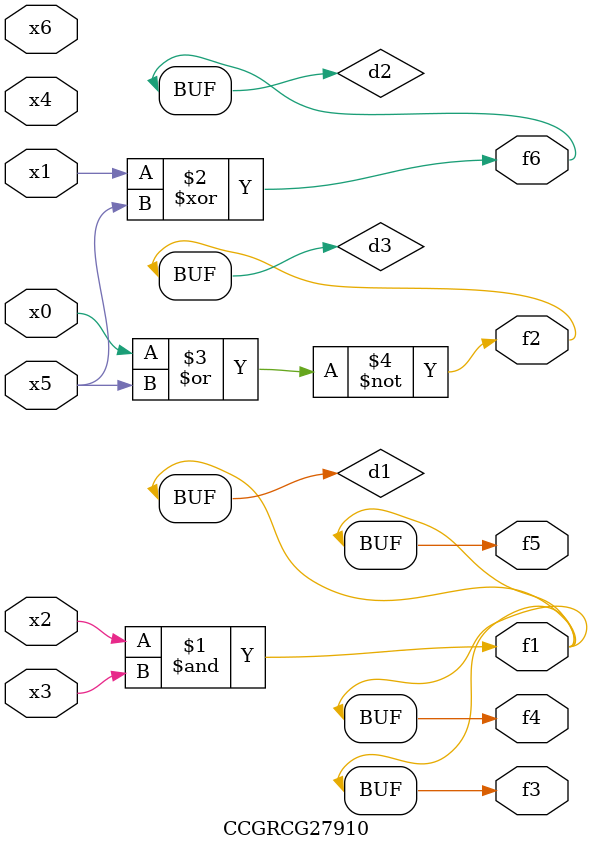
<source format=v>
module CCGRCG27910(
	input x0, x1, x2, x3, x4, x5, x6,
	output f1, f2, f3, f4, f5, f6
);

	wire d1, d2, d3;

	and (d1, x2, x3);
	xor (d2, x1, x5);
	nor (d3, x0, x5);
	assign f1 = d1;
	assign f2 = d3;
	assign f3 = d1;
	assign f4 = d1;
	assign f5 = d1;
	assign f6 = d2;
endmodule

</source>
